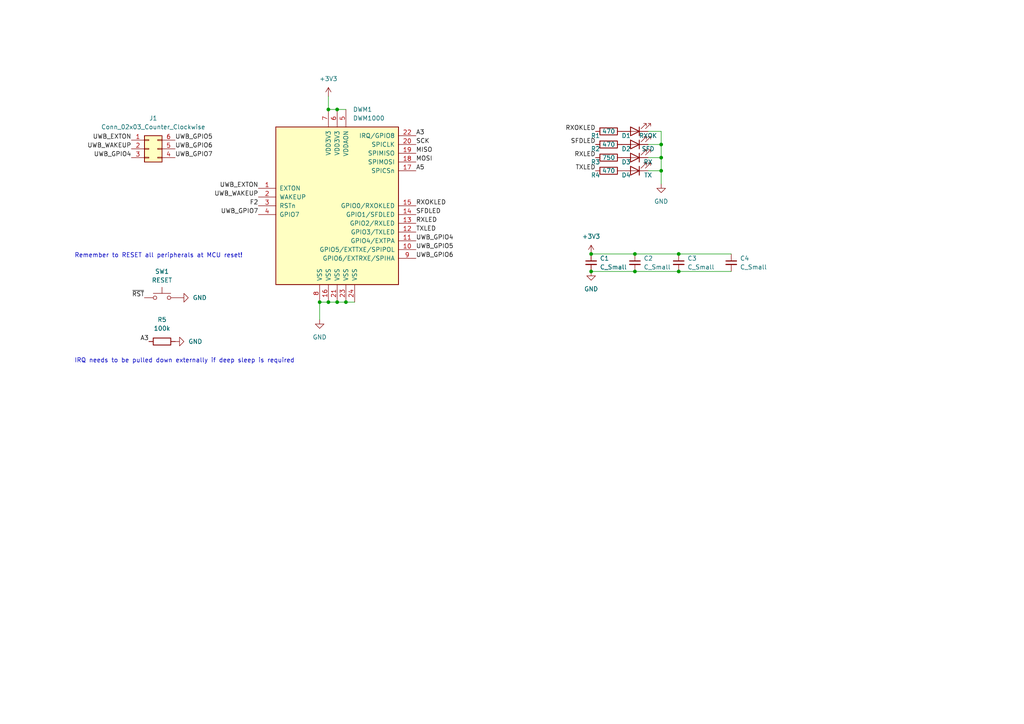
<source format=kicad_sch>
(kicad_sch (version 20211123) (generator eeschema)
  (paper "A4")
  (title_block (title "UWB Feather") (date "2022-10-28") (rev "1") (company "Fan Jiang"))
  (lib_symbols
    (symbol "Connector_Generic:Conn_02x03_Counter_Clockwise" (pin_names (offset 1.016) hide)
      (property "Reference" "J" (at 1.27 5.08 0))
      (property "Value" "Conn_02x03_Counter_Clockwise" (at 1.27 -5.08 0))
      (symbol "Conn_02x03_Counter_Clockwise_1_1"
        (rectangle (start -1.27 -2.413) (end 0 -2.667) (stroke (width 0.1524)))
        (rectangle (start -1.27 0.127) (end 0 -0.127) (stroke (width 0.1524)))
        (rectangle (start -1.27 2.667) (end 0 2.413) (stroke (width 0.1524)))
        (rectangle (start -1.27 3.81) (end 3.81 -3.81) (stroke (width 0.254)) (fill (type background)))
        (rectangle (start 3.81 -2.413) (end 2.54 -2.667) (stroke (width 0.1524)))
        (rectangle (start 3.81 0.127) (end 2.54 -0.127) (stroke (width 0.1524)))
        (rectangle (start 3.81 2.667) (end 2.54 2.413) (stroke (width 0.1524)))
        (pin passive line (at -5.08 2.54 0) (length 3.81) (name "Pin_1") (number "1"))
        (pin passive line (at -5.08 0 0) (length 3.81) (name "Pin_2") (number "2"))
        (pin passive line (at -5.08 -2.54 0) (length 3.81) (name "Pin_3") (number "3"))
        (pin passive line (at 7.62 -2.54 180) (length 3.81) (name "Pin_4") (number "4"))
        (pin passive line (at 7.62 0 180) (length 3.81) (name "Pin_5") (number "5"))
        (pin passive line (at 7.62 2.54 180) (length 3.81) (name "Pin_6") (number "6"))
      )
    )
    (symbol "Device:C_Small" (pin_numbers hide) (pin_names (offset 0.254) hide)
      (property "Reference" "C" (at 0.254 1.778 0))
      (property "Value" "C_Small" (at 0.254 -2.032 0))
      (symbol "C_Small_0_1"
        (polyline (pts (xy -1.524 -0.508) (xy 1.524 -0.508)) (stroke (width 0.3302)))
        (polyline (pts (xy -1.524 0.508) (xy 1.524 0.508)) (stroke (width 0.3048)))
      )
      (symbol "C_Small_1_1"
        (pin passive line (at 0 2.54 270) (length 2.032) (name "~") (number "1"))
        (pin passive line (at 0 -2.54 90) (length 2.032) (name "~") (number "2"))
      )
    )
    (symbol "Device:LED" (pin_numbers hide) (pin_names (offset 1.016) hide)
      (property "Reference" "D" (at 0 2.54 0))
      (property "Value" "LED" (at 0 -2.54 0))
      (symbol "LED_0_1"
        (polyline (pts (xy -1.27 -1.27) (xy -1.27 1.27)) (stroke (width 0.254)))
        (polyline (pts (xy -1.27 0) (xy 1.27 0)))
        (polyline (pts (xy 1.27 -1.27) (xy 1.27 1.27) (xy -1.27 0) (xy 1.27 -1.27)) (stroke (width 0.254)))
        (polyline (pts (xy -3.048 -0.762) (xy -4.572 -2.286) (xy -3.81 -2.286) (xy -4.572 -2.286) (xy -4.572 -1.524)))
        (polyline (pts (xy -1.778 -0.762) (xy -3.302 -2.286) (xy -2.54 -2.286) (xy -3.302 -2.286) (xy -3.302 -1.524)))
      )
      (symbol "LED_1_1"
        (pin passive line (at -3.81 0 0) (length 2.54) (name "K") (number "1"))
        (pin passive line (at 3.81 0 180) (length 2.54) (name "A") (number "2"))
      )
    )
    (symbol "Device:R" (pin_numbers hide) (pin_names (offset 0))
      (property "Reference" "R" (at 2.032 0 90))
      (property "Value" "R" (at 0 0 90))
      (symbol "R_0_1"
        (rectangle (start -1.016 -2.54) (end 1.016 2.54) (stroke (width 0.254)))
      )
      (symbol "R_1_1"
        (pin passive line (at 0 3.81 270) (length 1.27) (name "~") (number "1"))
        (pin passive line (at 0 -3.81 90) (length 1.27) (name "~") (number "2"))
      )
    )
    (symbol "RF_Module:DWM1000" (pin_names (offset 1.016))
      (property "Reference" "DWM" (at 7.62 25.4 0))
      (property "Value" "DWM1000" (at 1.27 3.81 0))
      (symbol "DWM1000_0_1"
        (rectangle (start 17.78 22.86) (end -17.78 -22.86) (stroke (width 0.254)) (fill (type background)))
      )
      (symbol "DWM1000_1_1"
        (pin output line (at -22.86 5.08 0) (length 5.08) (name "EXTON") (number "1"))
        (pin bidirectional line (at 22.86 -12.7 180) (length 5.08) (name "GPIO5/EXTTXE/SPIPOL") (number "10"))
        (pin bidirectional line (at 22.86 -10.16 180) (length 5.08) (name "GPIO4/EXTPA") (number "11"))
        (pin bidirectional line (at 22.86 -7.62 180) (length 5.08) (name "GPIO3/TXLED") (number "12"))
        (pin bidirectional line (at 22.86 -5.08 180) (length 5.08) (name "GPIO2/RXLED") (number "13"))
        (pin bidirectional line (at 22.86 -2.54 180) (length 5.08) (name "GPIO1/SFDLED") (number "14"))
        (pin bidirectional line (at 22.86 0 180) (length 5.08) (name "GPIO0/RXOKLED") (number "15"))
        (pin power_in line (at -2.54 -27.94 90) (length 5.08) (name "VSS") (number "16"))
        (pin input line (at 22.86 10.16 180) (length 5.08) (name "SPICSn") (number "17"))
        (pin input line (at 22.86 12.7 180) (length 5.08) (name "SPIMOSI") (number "18"))
        (pin output line (at 22.86 15.24 180) (length 5.08) (name "SPIMISO") (number "19"))
        (pin bidirectional line (at -22.86 2.54 0) (length 5.08) (name "WAKEUP") (number "2"))
        (pin input line (at 22.86 17.78 180) (length 5.08) (name "SPICLK") (number "20"))
        (pin power_in line (at 0 -27.94 90) (length 5.08) (name "VSS") (number "21"))
        (pin bidirectional line (at 22.86 20.32 180) (length 5.08) (name "IRQ/GPIO8") (number "22"))
        (pin power_in line (at 2.54 -27.94 90) (length 5.08) (name "VSS") (number "23"))
        (pin power_in line (at 5.08 -27.94 90) (length 5.08) (name "VSS") (number "24"))
        (pin bidirectional line (at -22.86 0 0) (length 5.08) (name "RSTn") (number "3"))
        (pin bidirectional line (at -22.86 -2.54 0) (length 5.08) (name "GPIO7") (number "4"))
        (pin power_in line (at 2.54 27.94 270) (length 5.08) (name "VDDAON") (number "5"))
        (pin power_in line (at 0 27.94 270) (length 5.08) (name "VDD3V3") (number "6"))
        (pin power_in line (at -2.54 27.94 270) (length 5.08) (name "VDD3V3") (number "7"))
        (pin power_in line (at -5.08 -27.94 90) (length 5.08) (name "VSS") (number "8"))
        (pin bidirectional line (at 22.86 -15.24 180) (length 5.08) (name "GPIO6/EXTRXE/SPIHA") (number "9"))
      )
    )
    (symbol "Switch:SW_Push" (pin_numbers hide) (pin_names (offset 1.016) hide)
      (property "Reference" "SW" (at 1.27 2.54 0))
      (property "Value" "SW_Push" (at 0 -1.524 0))
      (symbol "SW_Push_0_1"
        (circle (center -2.032 0) (radius 0.508))
        (polyline (pts (xy 0 1.27) (xy 0 3.048)))
        (polyline (pts (xy 2.54 1.27) (xy -2.54 1.27)))
        (circle (center 2.032 0) (radius 0.508))
        (pin passive line (at -5.08 0 0) (length 2.54) (name "1") (number "1"))
        (pin passive line (at 5.08 0 180) (length 2.54) (name "2") (number "2"))
      )
    )
    (symbol "power:+3V3" (power) (pin_names (offset 0))
      (property "Value" "+3V3" (at 0 3.556 0))
      (symbol "+3V3_0_1"
        (polyline (pts (xy -0.762 1.27) (xy 0 2.54)))
        (polyline (pts (xy 0 0) (xy 0 2.54)))
        (polyline (pts (xy 0 2.54) (xy 0.762 1.27)))
      )
      (symbol "+3V3_1_1"
        (pin power_in line (at 0 0 90) (length 0) hide (name "+3V3") (number "1"))
      )
    )
    (symbol "power:GND" (power) (pin_names (offset 0))
      (property "Value" "GND" (at 0 -3.81 0))
      (symbol "GND_0_1"
        (polyline (pts (xy 0 0) (xy 0 -1.27) (xy 1.27 -1.27) (xy 0 -2.54) (xy -1.27 -1.27) (xy 0 -1.27)))
      )
      (symbol "GND_1_1"
        (pin power_in line (at 0 0 270) (length 0) hide (name "GND") (number "1"))
      )
    )
  )
  (junction (at 97.79 87.63))
  (junction (at 191.77 45.72))
  (junction (at 92.71 87.63))
  (junction (at 191.77 41.91))
  (junction (at 100.33 87.63))
  (junction (at 171.45 73.66))
  (junction (at 97.79 31.75))
  (junction (at 184.15 73.66))
  (junction (at 191.77 49.53))
  (junction (at 171.45 78.74))
  (junction (at 196.85 73.66))
  (junction (at 95.25 31.75))
  (junction (at 184.15 78.74))
  (junction (at 196.85 78.74))
  (junction (at 95.25 87.63))
  (wire (pts (xy 191.77 45.72) (xy 187.96 45.72)))
  (wire (pts (xy 191.77 49.53) (xy 191.77 45.72)))
  (wire (pts (xy 95.25 27.94) (xy 95.25 31.75)))
  (wire (pts (xy 100.33 87.63) (xy 102.87 87.63)))
  (wire (pts (xy 171.45 73.66) (xy 184.15 73.66)))
  (wire (pts (xy 95.25 87.63) (xy 97.79 87.63)))
  (wire (pts (xy 92.71 87.63) (xy 92.71 92.71)))
  (wire (pts (xy 187.96 41.91) (xy 191.77 41.91)))
  (wire (pts (xy 92.71 87.63) (xy 95.25 87.63)))
  (wire (pts (xy 191.77 41.91) (xy 191.77 38.1)))
  (wire (pts (xy 191.77 38.1) (xy 187.96 38.1)))
  (wire (pts (xy 184.15 78.74) (xy 196.85 78.74)))
  (wire (pts (xy 191.77 41.91) (xy 191.77 45.72)))
  (wire (pts (xy 196.85 73.66) (xy 212.09 73.66)))
  (wire (pts (xy 171.45 78.74) (xy 184.15 78.74)))
  (wire (pts (xy 97.79 31.75) (xy 95.25 31.75)))
  (wire (pts (xy 100.33 31.75) (xy 97.79 31.75)))
  (wire (pts (xy 187.96 49.53) (xy 191.77 49.53)))
  (wire (pts (xy 196.85 78.74) (xy 212.09 78.74)))
  (wire (pts (xy 184.15 73.66) (xy 196.85 73.66)))
  (wire (pts (xy 191.77 49.53) (xy 191.77 53.34)))
  (wire (pts (xy 97.79 87.63) (xy 100.33 87.63)))
  (text "IRQ needs to be pulled down externally if deep sleep is required" (at 21.59 105.41 0) (effects (font (size 1.27 1.27)) (justify left bottom)))
  (text "Remember to RESET all peripherals at MCU reset!" (at 21.59 74.93 0) (effects (font (size 1.27 1.27)) (justify left bottom)))
  (label "UWB_GPIO6" (at 50.8 43.18 0))
  (label "MISO" (at 120.65 44.45 0))
  (label "TXLED" (at 172.72 49.53 180))
  (label "RXOKLED" (at 120.65 59.69 0))
  (label "MOSI" (at 120.65 46.99 0))
  (label "A5" (at 120.65 49.53 0))
  (label "UWB_GPIO4" (at 38.1 45.72 180))
  (label "UWB_WAKEUP" (at 74.93 57.15 180))
  (label "UWB_GPIO5" (at 50.8 40.64 0))
  (label "A3" (at 43.18 99.06 180))
  (label "TXLED" (at 120.65 67.31 0))
  (label "RXLED" (at 172.72 45.72 180))
  (label "UWB_WAKEUP" (at 38.1 43.18 180))
  (label "UWB_GPIO7" (at 74.93 62.23 180))
  (label "UWB_GPIO6" (at 120.65 74.93 0))
  (label "F2" (at 74.93 59.69 180))
  (label "UWB_GPIO7" (at 50.8 45.72 0))
  (label "RXLED" (at 120.65 64.77 0))
  (label "SCK" (at 120.65 41.91 0))
  (label "A3" (at 120.65 39.37 0))
  (label "UWB_GPIO5" (at 120.65 72.39 0))
  (label "SFDLED" (at 172.72 41.91 180))
  (label "SFDLED" (at 120.65 62.23 0))
  (label "UWB_EXTON" (at 38.1 40.64 180))
  (label "~{RST}" (at 41.91 86.36 180))
  (label "UWB_GPIO4" (at 120.65 69.85 0))
  (label "RXOKLED" (at 172.72 38.1 180))
  (label "UWB_EXTON" (at 74.93 54.61 180))
  (symbol (lib_id "power:GND") (at 52.07 86.36 90) (unit 1)
    (property "Reference" "#PWR0103" (effects hide))
    (property "Value" "GND" (at 55.88 86.3599 90) (effects (justify right)))
  )
  (symbol (lib_id "Device:C_Small") (at 212.09 76.2 0) (unit 1)
    (property "Reference" "C4" (at 214.63 74.9362 0) (effects (justify left)))
    (property "Value" "C_Small" (at 214.63 77.4762 0) (effects (justify left)))
    (property "Footprint" "Capacitor_SMD:C_0402_1005Metric" (effects hide))
  )
  (symbol (lib_id "Device:R") (at 176.53 41.91 90) (unit 1)
    (property "Reference" "R2" (at 172.72 43.18 90))
    (property "Value" "470" (at 176.53 41.91 90))
    (property "Footprint" "Resistor_SMD:R_0603_1608Metric" (effects hide))
  )
  (symbol (lib_id "power:GND") (at 92.71 92.71 0) (unit 1)
    (property "Reference" "#PWR0102" (effects hide))
    (property "Value" "GND" (at 92.71 97.79 0))
  )
  (symbol (lib_id "Device:R") (at 176.53 49.53 90) (unit 1)
    (property "Reference" "R4" (at 172.72 50.8 90))
    (property "Value" "470" (at 176.53 49.53 90))
    (property "Footprint" "Resistor_SMD:R_0603_1608Metric" (effects hide))
  )
  (symbol (lib_id "Device:LED") (at 184.15 41.91 180) (unit 1)
    (property "Reference" "D2" (at 181.61 43.18 0))
    (property "Value" "SFD" (at 187.96 43.18 0))
    (property "Footprint" "LED_SMD:LED_0603_1608Metric" (effects hide))
  )
  (symbol (lib_id "Device:LED") (at 184.15 49.53 180) (unit 1)
    (property "Reference" "D4" (at 181.61 50.8 0))
    (property "Value" "TX" (at 187.96 50.8 0))
    (property "Footprint" "LED_SMD:LED_0603_1608Metric" (effects hide))
  )
  (symbol (lib_id "Device:LED") (at 184.15 45.72 180) (unit 1)
    (property "Reference" "D3" (at 181.61 46.99 0))
    (property "Value" "RX" (at 187.96 46.99 0))
    (property "Footprint" "LED_SMD:LED_0603_1608Metric" (effects hide))
  )
  (symbol (lib_id "power:+3V3") (at 95.25 27.94 0) (unit 1)
    (property "Reference" "#PWR0101" (effects hide))
    (property "Value" "+3V3" (at 95.25 22.86 0))
  )
  (symbol (lib_id "Device:C_Small") (at 196.85 76.2 0) (unit 1)
    (property "Reference" "C3" (at 199.39 74.9362 0) (effects (justify left)))
    (property "Value" "C_Small" (at 199.39 77.4762 0) (effects (justify left)))
    (property "Footprint" "Capacitor_SMD:C_0805_2012Metric_Pad1.18x1.45mm_HandSolder" (effects hide))
  )
  (symbol (lib_id "Device:R") (at 176.53 45.72 90) (unit 1)
    (property "Reference" "R3" (at 172.72 46.99 90))
    (property "Value" "750" (at 176.53 45.72 90))
    (property "Footprint" "Resistor_SMD:R_0603_1608Metric" (effects hide))
  )
  (symbol (lib_id "power:GND") (at 191.77 53.34 0) (unit 1)
    (property "Reference" "#PWR04" (effects hide))
    (property "Value" "GND" (at 191.77 58.42 0))
  )
  (symbol (lib_id "Device:C_Small") (at 171.45 76.2 0) (unit 1)
    (property "Reference" "C1" (at 173.99 74.9362 0) (effects (justify left)))
    (property "Value" "C_Small" (at 173.99 77.4762 0) (effects (justify left)))
    (property "Footprint" "Capacitor_SMD:C_0805_2012Metric_Pad1.18x1.45mm_HandSolder" (effects hide))
  )
  (symbol (lib_id "RF_Module:DWM1000") (at 97.79 59.69 0) (unit 1)
    (property "Reference" "DWM1" (at 102.3494 31.75 0) (effects (justify left)))
    (property "Value" "DWM1000" (at 102.3494 34.29 0) (effects (justify left)))
    (property "Footprint" "RF_Module:DWM1000" (effects hide))
    (property "Datasheet" "https://www.decawave.com/sites/default/files/resources/dwm1000-datasheet-v1.3.pdf" (effects hide))
  )
  (symbol (lib_id "Connector_Generic:Conn_02x03_Counter_Clockwise") (at 43.18 43.18 0) (unit 1)
    (property "Reference" "J1" (at 44.45 34.29 0))
    (property "Value" "Conn_02x03_Counter_Clockwise" (at 44.45 36.83 0))
    (property "Footprint" "Connector_PinHeader_2.54mm:PinHeader_2x03_P2.54mm_Vertical" (effects hide))
  )
  (symbol (lib_id "Device:R") (at 46.99 99.06 90) (unit 1)
    (property "Reference" "R5" (at 46.99 92.71 90))
    (property "Value" "100k" (at 46.99 95.25 90))
    (property "Footprint" "Resistor_SMD:R_0603_1608Metric" (effects hide))
  )
  (symbol (lib_id "Switch:SW_Push") (at 46.99 86.36 0) (unit 1)
    (property "Reference" "SW1" (at 46.99 78.74 0))
    (property "Value" "RESET" (at 46.99 81.28 0))
    (property "Footprint" "Button_Switch_SMD:SW_SPST_B3U-3000P" (effects hide))
  )
  (symbol (lib_id "power:+3V3") (at 171.45 73.66 0) (unit 1)
    (property "Reference" "#PWR01" (effects hide))
    (property "Value" "+3V3" (at 171.45 68.58 0))
  )
  (symbol (lib_id "Device:C_Small") (at 184.15 76.2 0) (unit 1)
    (property "Reference" "C2" (at 186.69 74.9362 0) (effects (justify left)))
    (property "Value" "C_Small" (at 186.69 77.4762 0) (effects (justify left)))
    (property "Footprint" "Capacitor_SMD:C_0805_2012Metric_Pad1.18x1.45mm_HandSolder" (effects hide))
  )
  (symbol (lib_id "power:GND") (at 50.8 99.06 90) (unit 1)
    (property "Reference" "#PWR05" (effects hide))
    (property "Value" "GND" (at 54.61 99.0599 90) (effects (justify right)))
  )
  (symbol (lib_id "Device:LED") (at 184.15 38.1 180) (unit 1)
    (property "Reference" "D1" (at 181.61 39.37 0))
    (property "Value" "RXOK" (at 187.96 39.37 0))
    (property "Footprint" "LED_SMD:LED_0603_1608Metric" (effects hide))
  )
  (symbol (lib_id "power:GND") (at 171.45 78.74 0) (unit 1)
    (property "Reference" "#PWR02" (effects hide))
    (property "Value" "GND" (at 171.45 83.82 0))
  )
  (symbol (lib_id "Device:R") (at 176.53 38.1 90) (unit 1)
    (property "Reference" "R1" (at 172.72 39.37 90))
    (property "Value" "470" (at 176.53 38.1 90))
    (property "Footprint" "Resistor_SMD:R_0603_1608Metric" (effects hide))
  )
)
</source>
